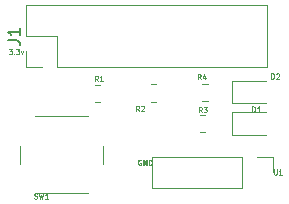
<source format=gbr>
%TF.GenerationSoftware,KiCad,Pcbnew,6.0.6*%
%TF.CreationDate,2022-09-07T18:25:10+01:00*%
%TF.ProjectId,Raspberry PI HAT,52617370-6265-4727-9279-205049204841,rev?*%
%TF.SameCoordinates,Original*%
%TF.FileFunction,Legend,Top*%
%TF.FilePolarity,Positive*%
%FSLAX46Y46*%
G04 Gerber Fmt 4.6, Leading zero omitted, Abs format (unit mm)*
G04 Created by KiCad (PCBNEW 6.0.6) date 2022-09-07 18:25:10*
%MOMM*%
%LPD*%
G01*
G04 APERTURE LIST*
%ADD10C,0.110000*%
%ADD11C,0.150000*%
%ADD12C,0.075000*%
%ADD13C,0.120000*%
G04 APERTURE END LIST*
D10*
%TO.C,U1*%
X113456761Y-79210247D02*
X113456761Y-79566438D01*
X113477714Y-79608342D01*
X113498666Y-79629295D01*
X113540571Y-79650247D01*
X113624380Y-79650247D01*
X113666285Y-79629295D01*
X113687238Y-79608342D01*
X113708190Y-79566438D01*
X113708190Y-79210247D01*
X114148190Y-79650247D02*
X113896761Y-79650247D01*
X114022476Y-79650247D02*
X114022476Y-79210247D01*
X113980571Y-79273104D01*
X113938666Y-79315009D01*
X113896761Y-79335961D01*
%TO.C,R3*%
X107368666Y-74367047D02*
X107222000Y-74157523D01*
X107117238Y-74367047D02*
X107117238Y-73927047D01*
X107284857Y-73927047D01*
X107326761Y-73948000D01*
X107347714Y-73968952D01*
X107368666Y-74010857D01*
X107368666Y-74073714D01*
X107347714Y-74115619D01*
X107326761Y-74136571D01*
X107284857Y-74157523D01*
X107117238Y-74157523D01*
X107515333Y-73927047D02*
X107787714Y-73927047D01*
X107641047Y-74094666D01*
X107703904Y-74094666D01*
X107745809Y-74115619D01*
X107766761Y-74136571D01*
X107787714Y-74178476D01*
X107787714Y-74283238D01*
X107766761Y-74325142D01*
X107745809Y-74346095D01*
X107703904Y-74367047D01*
X107578190Y-74367047D01*
X107536285Y-74346095D01*
X107515333Y-74325142D01*
%TO.C,D1*%
X111638438Y-74316247D02*
X111638438Y-73876247D01*
X111743200Y-73876247D01*
X111806057Y-73897200D01*
X111847961Y-73939104D01*
X111868914Y-73981009D01*
X111889866Y-74064819D01*
X111889866Y-74127676D01*
X111868914Y-74211485D01*
X111847961Y-74253390D01*
X111806057Y-74295295D01*
X111743200Y-74316247D01*
X111638438Y-74316247D01*
X112308914Y-74316247D02*
X112057485Y-74316247D01*
X112183200Y-74316247D02*
X112183200Y-73876247D01*
X112141295Y-73939104D01*
X112099390Y-73981009D01*
X112057485Y-74001961D01*
D11*
%TO.C,J1*%
X90942380Y-68252933D02*
X91656666Y-68252933D01*
X91799523Y-68300552D01*
X91894761Y-68395790D01*
X91942380Y-68538647D01*
X91942380Y-68633885D01*
X91942380Y-67252933D02*
X91942380Y-67824361D01*
X91942380Y-67538647D02*
X90942380Y-67538647D01*
X91085238Y-67633885D01*
X91180476Y-67729123D01*
X91228095Y-67824361D01*
D12*
%TO.C,SW1*%
X93190133Y-81661295D02*
X93252990Y-81682247D01*
X93357752Y-81682247D01*
X93399657Y-81661295D01*
X93420609Y-81640342D01*
X93441561Y-81598438D01*
X93441561Y-81556533D01*
X93420609Y-81514628D01*
X93399657Y-81493676D01*
X93357752Y-81472723D01*
X93273942Y-81451771D01*
X93232038Y-81430819D01*
X93211085Y-81409866D01*
X93190133Y-81367961D01*
X93190133Y-81326057D01*
X93211085Y-81284152D01*
X93232038Y-81263200D01*
X93273942Y-81242247D01*
X93378704Y-81242247D01*
X93441561Y-81263200D01*
X93588228Y-81242247D02*
X93692990Y-81682247D01*
X93776800Y-81367961D01*
X93860609Y-81682247D01*
X93965371Y-81242247D01*
X94363466Y-81682247D02*
X94112038Y-81682247D01*
X94237752Y-81682247D02*
X94237752Y-81242247D01*
X94195847Y-81305104D01*
X94153942Y-81347009D01*
X94112038Y-81367961D01*
D10*
%TO.C,R2*%
X102085466Y-74265447D02*
X101938800Y-74055923D01*
X101834038Y-74265447D02*
X101834038Y-73825447D01*
X102001657Y-73825447D01*
X102043561Y-73846400D01*
X102064514Y-73867352D01*
X102085466Y-73909257D01*
X102085466Y-73972114D01*
X102064514Y-74014019D01*
X102043561Y-74034971D01*
X102001657Y-74055923D01*
X101834038Y-74055923D01*
X102253085Y-73867352D02*
X102274038Y-73846400D01*
X102315942Y-73825447D01*
X102420704Y-73825447D01*
X102462609Y-73846400D01*
X102483561Y-73867352D01*
X102504514Y-73909257D01*
X102504514Y-73951161D01*
X102483561Y-74014019D01*
X102232133Y-74265447D01*
X102504514Y-74265447D01*
%TO.C,R4*%
X107267066Y-71573047D02*
X107120400Y-71363523D01*
X107015638Y-71573047D02*
X107015638Y-71133047D01*
X107183257Y-71133047D01*
X107225161Y-71154000D01*
X107246114Y-71174952D01*
X107267066Y-71216857D01*
X107267066Y-71279714D01*
X107246114Y-71321619D01*
X107225161Y-71342571D01*
X107183257Y-71363523D01*
X107015638Y-71363523D01*
X107644209Y-71279714D02*
X107644209Y-71573047D01*
X107539447Y-71112095D02*
X107434685Y-71426380D01*
X107707066Y-71426380D01*
%TO.C,D2*%
X113264038Y-71522247D02*
X113264038Y-71082247D01*
X113368800Y-71082247D01*
X113431657Y-71103200D01*
X113473561Y-71145104D01*
X113494514Y-71187009D01*
X113515466Y-71270819D01*
X113515466Y-71333676D01*
X113494514Y-71417485D01*
X113473561Y-71459390D01*
X113431657Y-71501295D01*
X113368800Y-71522247D01*
X113264038Y-71522247D01*
X113683085Y-71124152D02*
X113704038Y-71103200D01*
X113745942Y-71082247D01*
X113850704Y-71082247D01*
X113892609Y-71103200D01*
X113913561Y-71124152D01*
X113934514Y-71166057D01*
X113934514Y-71207961D01*
X113913561Y-71270819D01*
X113662133Y-71522247D01*
X113934514Y-71522247D01*
X91014628Y-68999447D02*
X91287009Y-68999447D01*
X91140342Y-69167066D01*
X91203200Y-69167066D01*
X91245104Y-69188019D01*
X91266057Y-69208971D01*
X91287009Y-69250876D01*
X91287009Y-69355638D01*
X91266057Y-69397542D01*
X91245104Y-69418495D01*
X91203200Y-69439447D01*
X91077485Y-69439447D01*
X91035580Y-69418495D01*
X91014628Y-69397542D01*
X91475580Y-69397542D02*
X91496533Y-69418495D01*
X91475580Y-69439447D01*
X91454628Y-69418495D01*
X91475580Y-69397542D01*
X91475580Y-69439447D01*
X91643200Y-68999447D02*
X91915580Y-68999447D01*
X91768914Y-69167066D01*
X91831771Y-69167066D01*
X91873676Y-69188019D01*
X91894628Y-69208971D01*
X91915580Y-69250876D01*
X91915580Y-69355638D01*
X91894628Y-69397542D01*
X91873676Y-69418495D01*
X91831771Y-69439447D01*
X91706057Y-69439447D01*
X91664152Y-69418495D01*
X91643200Y-69397542D01*
X92062247Y-69146114D02*
X92167009Y-69439447D01*
X92271771Y-69146114D01*
X102216163Y-78396204D02*
X102174259Y-78375251D01*
X102111402Y-78375251D01*
X102048544Y-78396204D01*
X102006640Y-78438108D01*
X101985687Y-78480013D01*
X101964735Y-78563823D01*
X101964735Y-78626680D01*
X101985687Y-78710489D01*
X102006640Y-78752394D01*
X102048544Y-78794299D01*
X102111402Y-78815251D01*
X102153306Y-78815251D01*
X102216163Y-78794299D01*
X102237116Y-78773346D01*
X102237116Y-78626680D01*
X102153306Y-78626680D01*
X102425687Y-78815251D02*
X102425687Y-78375251D01*
X102677116Y-78815251D01*
X102677116Y-78375251D01*
X102886640Y-78815251D02*
X102886640Y-78375251D01*
X102991402Y-78375251D01*
X103054259Y-78396204D01*
X103096163Y-78438108D01*
X103117116Y-78480013D01*
X103138068Y-78563823D01*
X103138068Y-78626680D01*
X103117116Y-78710489D01*
X103096163Y-78752394D01*
X103054259Y-78794299D01*
X102991402Y-78815251D01*
X102886640Y-78815251D01*
X102229961Y-78418400D02*
X102188057Y-78397447D01*
X102125200Y-78397447D01*
X102062342Y-78418400D01*
X102020438Y-78460304D01*
X101999485Y-78502209D01*
X101978533Y-78586019D01*
X101978533Y-78648876D01*
X101999485Y-78732685D01*
X102020438Y-78774590D01*
X102062342Y-78816495D01*
X102125200Y-78837447D01*
X102167104Y-78837447D01*
X102229961Y-78816495D01*
X102250914Y-78795542D01*
X102250914Y-78648876D01*
X102167104Y-78648876D01*
X102439485Y-78837447D02*
X102439485Y-78397447D01*
X102690914Y-78837447D01*
X102690914Y-78397447D01*
X102900438Y-78837447D02*
X102900438Y-78397447D01*
X103005200Y-78397447D01*
X103068057Y-78418400D01*
X103109961Y-78460304D01*
X103130914Y-78502209D01*
X103151866Y-78586019D01*
X103151866Y-78648876D01*
X103130914Y-78732685D01*
X103109961Y-78774590D01*
X103068057Y-78816495D01*
X103005200Y-78837447D01*
X102900438Y-78837447D01*
%TO.C,R1*%
X98580266Y-71725447D02*
X98433600Y-71515923D01*
X98328838Y-71725447D02*
X98328838Y-71285447D01*
X98496457Y-71285447D01*
X98538361Y-71306400D01*
X98559314Y-71327352D01*
X98580266Y-71369257D01*
X98580266Y-71432114D01*
X98559314Y-71474019D01*
X98538361Y-71494971D01*
X98496457Y-71515923D01*
X98328838Y-71515923D01*
X98999314Y-71725447D02*
X98747885Y-71725447D01*
X98873600Y-71725447D02*
X98873600Y-71285447D01*
X98831695Y-71348304D01*
X98789790Y-71390209D01*
X98747885Y-71411161D01*
D13*
%TO.C,U1*%
X103114800Y-78121200D02*
X103114800Y-80781200D01*
X110794800Y-80781200D02*
X103114800Y-80781200D01*
X110794800Y-78121200D02*
X103114800Y-78121200D01*
X110794800Y-78121200D02*
X110794800Y-80781200D01*
X113394800Y-78121200D02*
X113394800Y-79451200D01*
X112064800Y-78121200D02*
X113394800Y-78121200D01*
%TO.C,R3*%
X107216836Y-74601400D02*
X107670964Y-74601400D01*
X107216836Y-76071400D02*
X107670964Y-76071400D01*
%TO.C,D1*%
X109909000Y-76296400D02*
X112769000Y-76296400D01*
X109909000Y-74376400D02*
X109909000Y-76296400D01*
X112769000Y-74376400D02*
X109909000Y-74376400D01*
%TO.C,J1*%
X95090000Y-67919600D02*
X92490000Y-67919600D01*
X95090000Y-70519600D02*
X112930000Y-70519600D01*
X92490000Y-65319600D02*
X112930000Y-65319600D01*
X95090000Y-70519600D02*
X95090000Y-67919600D01*
X92490000Y-67919600D02*
X92490000Y-65319600D01*
X112930000Y-70519600D02*
X112930000Y-65319600D01*
X93820000Y-70519600D02*
X92490000Y-70519600D01*
X92490000Y-70519600D02*
X92490000Y-69189600D01*
%TO.C,SW1*%
X93255200Y-81213200D02*
X97755200Y-81213200D01*
X92005200Y-77213200D02*
X92005200Y-78713200D01*
X99005200Y-78713200D02*
X99005200Y-77213200D01*
X97755200Y-74713200D02*
X93255200Y-74713200D01*
%TO.C,R2*%
X103503464Y-72010600D02*
X103049336Y-72010600D01*
X103503464Y-73480600D02*
X103049336Y-73480600D01*
%TO.C,R4*%
X107418136Y-71959800D02*
X107872264Y-71959800D01*
X107418136Y-73429800D02*
X107872264Y-73429800D01*
%TO.C,D2*%
X112769000Y-71684000D02*
X109909000Y-71684000D01*
X109909000Y-73604000D02*
X112769000Y-73604000D01*
X109909000Y-71684000D02*
X109909000Y-73604000D01*
%TO.C,R1*%
X98324936Y-72061400D02*
X98779064Y-72061400D01*
X98324936Y-73531400D02*
X98779064Y-73531400D01*
%TD*%
M02*

</source>
